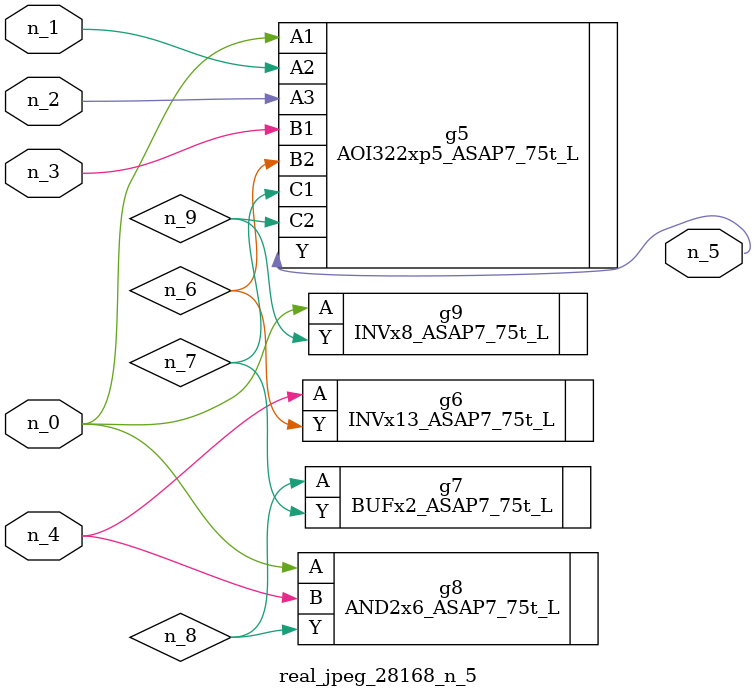
<source format=v>
module real_jpeg_28168_n_5 (n_4, n_0, n_1, n_2, n_3, n_5);

input n_4;
input n_0;
input n_1;
input n_2;
input n_3;

output n_5;

wire n_8;
wire n_6;
wire n_7;
wire n_9;

AOI322xp5_ASAP7_75t_L g5 ( 
.A1(n_0),
.A2(n_1),
.A3(n_2),
.B1(n_3),
.B2(n_6),
.C1(n_7),
.C2(n_9),
.Y(n_5)
);

AND2x6_ASAP7_75t_L g8 ( 
.A(n_0),
.B(n_4),
.Y(n_8)
);

INVx8_ASAP7_75t_L g9 ( 
.A(n_0),
.Y(n_9)
);

INVx13_ASAP7_75t_L g6 ( 
.A(n_4),
.Y(n_6)
);

BUFx2_ASAP7_75t_L g7 ( 
.A(n_8),
.Y(n_7)
);


endmodule
</source>
